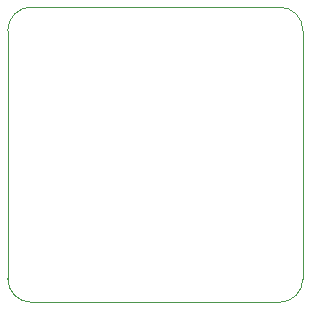
<source format=gbr>
%TF.GenerationSoftware,KiCad,Pcbnew,9.0.0*%
%TF.CreationDate,2025-05-23T22:04:32+09:00*%
%TF.ProjectId,imx219_mipi24,696d7832-3139-45f6-9d69-706932342e6b,rev?*%
%TF.SameCoordinates,Original*%
%TF.FileFunction,Profile,NP*%
%FSLAX46Y46*%
G04 Gerber Fmt 4.6, Leading zero omitted, Abs format (unit mm)*
G04 Created by KiCad (PCBNEW 9.0.0) date 2025-05-23 22:04:32*
%MOMM*%
%LPD*%
G01*
G04 APERTURE LIST*
%TA.AperFunction,Profile*%
%ADD10C,0.050000*%
%TD*%
G04 APERTURE END LIST*
D10*
X139500000Y-87500000D02*
X160500000Y-87500000D01*
X139500000Y-112500000D02*
G75*
G02*
X137500000Y-110500000I0J2000000D01*
G01*
X137500000Y-89500000D02*
G75*
G02*
X139500000Y-87500000I2000000J0D01*
G01*
X162500000Y-110500000D02*
G75*
G02*
X160500000Y-112500000I-2000000J0D01*
G01*
X160500000Y-87500000D02*
G75*
G02*
X162500000Y-89500000I0J-2000000D01*
G01*
X160500000Y-112500000D02*
X139500000Y-112500000D01*
X162500000Y-110500000D02*
X162500000Y-89500000D01*
X137500000Y-110500000D02*
X137500000Y-89500000D01*
M02*

</source>
